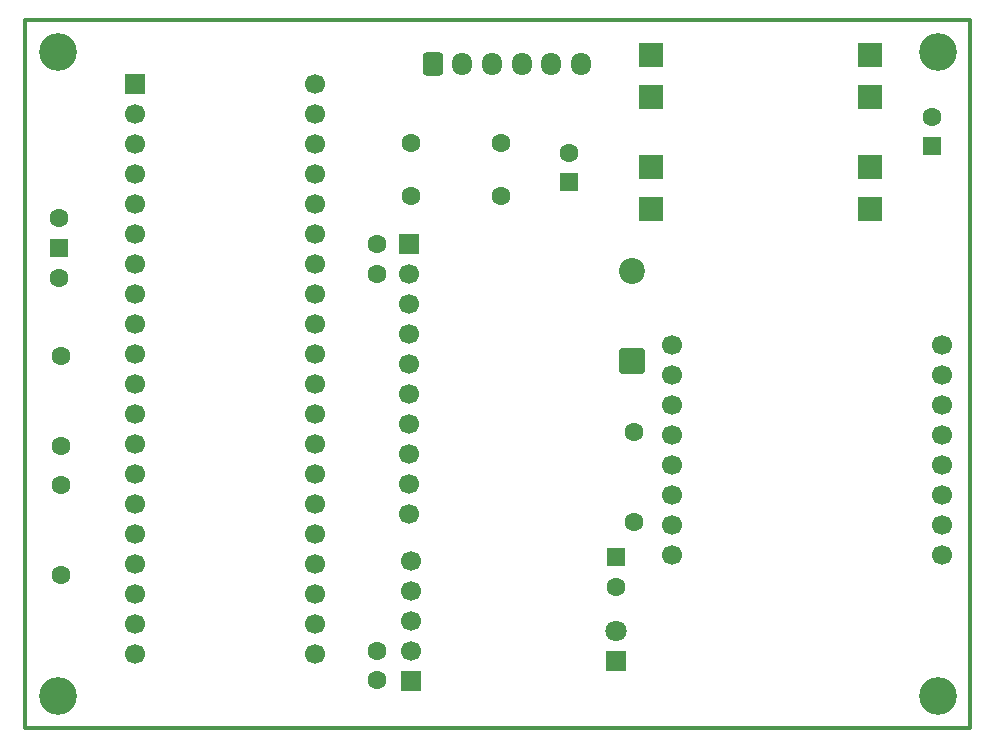
<source format=gbr>
%TF.GenerationSoftware,KiCad,Pcbnew,9.0.3*%
%TF.CreationDate,2025-07-12T12:33:21+07:00*%
%TF.ProjectId,CFBoard,4346426f-6172-4642-9e6b-696361645f70,rev?*%
%TF.SameCoordinates,Original*%
%TF.FileFunction,Soldermask,Top*%
%TF.FilePolarity,Negative*%
%FSLAX45Y45*%
G04 Gerber Fmt 4.5, Leading zero omitted, Abs format (unit mm)*
G04 Created by KiCad (PCBNEW 9.0.3) date 2025-07-12 12:33:21*
%MOMM*%
%LPD*%
G01*
G04 APERTURE LIST*
G04 Aperture macros list*
%AMRoundRect*
0 Rectangle with rounded corners*
0 $1 Rounding radius*
0 $2 $3 $4 $5 $6 $7 $8 $9 X,Y pos of 4 corners*
0 Add a 4 corners polygon primitive as box body*
4,1,4,$2,$3,$4,$5,$6,$7,$8,$9,$2,$3,0*
0 Add four circle primitives for the rounded corners*
1,1,$1+$1,$2,$3*
1,1,$1+$1,$4,$5*
1,1,$1+$1,$6,$7*
1,1,$1+$1,$8,$9*
0 Add four rect primitives between the rounded corners*
20,1,$1+$1,$2,$3,$4,$5,0*
20,1,$1+$1,$4,$5,$6,$7,0*
20,1,$1+$1,$6,$7,$8,$9,0*
20,1,$1+$1,$8,$9,$2,$3,0*%
G04 Aperture macros list end*
%ADD10C,3.200000*%
%ADD11RoundRect,0.250000X-0.600000X-0.725000X0.600000X-0.725000X0.600000X0.725000X-0.600000X0.725000X0*%
%ADD12O,1.700000X1.950000*%
%ADD13C,1.600000*%
%ADD14RoundRect,0.249999X0.850001X-0.850001X0.850001X0.850001X-0.850001X0.850001X-0.850001X-0.850001X0*%
%ADD15C,2.200000*%
%ADD16R,2.000000X2.000000*%
%ADD17R,1.700000X1.700000*%
%ADD18C,1.700000*%
%ADD19RoundRect,0.250000X-0.550000X0.550000X-0.550000X-0.550000X0.550000X-0.550000X0.550000X0.550000X0*%
%ADD20RoundRect,0.250000X0.550000X-0.550000X0.550000X0.550000X-0.550000X0.550000X-0.550000X-0.550000X0*%
%ADD21R,1.800000X1.800000*%
%ADD22C,1.800000*%
%ADD23R,1.500000X1.500000*%
%TA.AperFunction,Profile*%
%ADD24C,0.300000*%
%TD*%
G04 APERTURE END LIST*
D10*
%TO.C,REF\u002A\u002A*%
X11089900Y-13549550D03*
%TD*%
D11*
%TO.C,CONN1*%
X14264900Y-8199550D03*
D12*
X14514900Y-8199550D03*
X14764900Y-8199550D03*
X15014900Y-8199550D03*
X15264900Y-8199550D03*
X15514900Y-8199550D03*
%TD*%
D13*
%TO.C,C4*%
X13789900Y-9724550D03*
X13789900Y-9974550D03*
%TD*%
D14*
%TO.C,D1*%
X15950000Y-10712000D03*
D15*
X15950000Y-9950000D03*
%TD*%
D13*
%TO.C,R4*%
X15964900Y-11317550D03*
X15964900Y-12079550D03*
%TD*%
D10*
%TO.C,REF\u002A\u002A*%
X18539900Y-8099550D03*
%TD*%
D13*
%TO.C,R1*%
X14839900Y-8867550D03*
X14077900Y-8867550D03*
%TD*%
%TO.C,R2*%
X11114900Y-10667550D03*
X11114900Y-11429550D03*
%TD*%
D16*
%TO.C,REG1*%
X16110700Y-9074550D03*
X16110700Y-9424550D03*
X16110700Y-8124550D03*
X16110700Y-8474550D03*
X17964900Y-9074550D03*
X17964900Y-9424550D03*
X17964900Y-8124550D03*
X17964900Y-8474550D03*
%TD*%
D17*
%TO.C,U4*%
X14079900Y-13425550D03*
D18*
X14079900Y-13171550D03*
X14079900Y-12917550D03*
X14079900Y-12663550D03*
X14079900Y-12409550D03*
%TD*%
D19*
%TO.C,C3*%
X15814900Y-12374550D03*
D13*
X15814900Y-12624550D03*
%TD*%
D10*
%TO.C,REF\u002A\u002A*%
X11089900Y-8099550D03*
%TD*%
D17*
%TO.C,U1*%
X11740900Y-8370550D03*
D18*
X11740900Y-8624550D03*
X11740900Y-8878550D03*
X11740900Y-9132550D03*
X11740900Y-9386550D03*
X11740900Y-9640550D03*
X11740900Y-9894550D03*
X11740900Y-10148550D03*
X11740900Y-10402550D03*
X11740900Y-10656550D03*
X11740900Y-10910550D03*
X11740900Y-11164550D03*
X11740900Y-11418550D03*
X11740900Y-11672550D03*
X11740900Y-11926550D03*
X11740900Y-12180550D03*
X11740900Y-12434550D03*
X11740900Y-12688550D03*
X11740900Y-12942550D03*
X11740900Y-13196550D03*
X13264900Y-13196550D03*
X13264900Y-12942550D03*
X13264900Y-12688550D03*
X13264900Y-12434550D03*
X13264900Y-12180550D03*
X13264900Y-11926550D03*
X13264900Y-11672550D03*
X13264900Y-11418550D03*
X13264900Y-11164550D03*
X13264900Y-10910550D03*
X13264900Y-10656550D03*
X13264900Y-10402550D03*
X13264900Y-10148550D03*
X13264900Y-9894550D03*
X13264900Y-9640550D03*
X13264900Y-9386550D03*
X13264900Y-9132550D03*
X13264900Y-8878550D03*
X13264900Y-8624550D03*
X13264900Y-8370550D03*
%TD*%
D20*
%TO.C,C2*%
X18489900Y-8895061D03*
D13*
X18489900Y-8645061D03*
%TD*%
D20*
%TO.C,C1*%
X15414900Y-9199550D03*
D13*
X15414900Y-8949550D03*
%TD*%
%TO.C,R3*%
X11114900Y-11767550D03*
X11114900Y-12529550D03*
%TD*%
D21*
%TO.C,D2*%
X15814900Y-13251550D03*
D22*
X15814900Y-12997550D03*
%TD*%
D18*
%TO.C,U2*%
X18575900Y-12352550D03*
X18575900Y-12098550D03*
X18575900Y-11844550D03*
X18575900Y-11590550D03*
X18575900Y-11336550D03*
X18575900Y-11082550D03*
X18575900Y-10828550D03*
X18575900Y-10574550D03*
X16289900Y-10574550D03*
X16289900Y-10828550D03*
X16289900Y-11082550D03*
X16289900Y-11336550D03*
X16289900Y-11590550D03*
X16289900Y-11844550D03*
X16289900Y-12098550D03*
X16289900Y-12352550D03*
%TD*%
D13*
%TO.C,R5*%
X14839900Y-9317550D03*
X14077900Y-9317550D03*
%TD*%
%TO.C,C5*%
X13789900Y-13167550D03*
X13789900Y-13417550D03*
%TD*%
D23*
%TO.C,SW1*%
X11100000Y-9754000D03*
D13*
X11100000Y-10008000D03*
X11100000Y-9500000D03*
%TD*%
D17*
%TO.C,U3*%
X14064900Y-9724550D03*
D18*
X14064900Y-9978550D03*
X14064900Y-10232550D03*
X14064900Y-10486550D03*
X14064900Y-10740550D03*
X14064900Y-10994550D03*
X14064900Y-11248550D03*
X14064900Y-11502550D03*
X14064900Y-11756550D03*
X14064900Y-12010550D03*
%TD*%
D10*
%TO.C,REF\u002A\u002A*%
X18539900Y-13549550D03*
%TD*%
D24*
X10814900Y-7824550D02*
X18814900Y-7824550D01*
X18814900Y-13824550D01*
X10814900Y-13824550D01*
X10814900Y-7824550D01*
M02*

</source>
